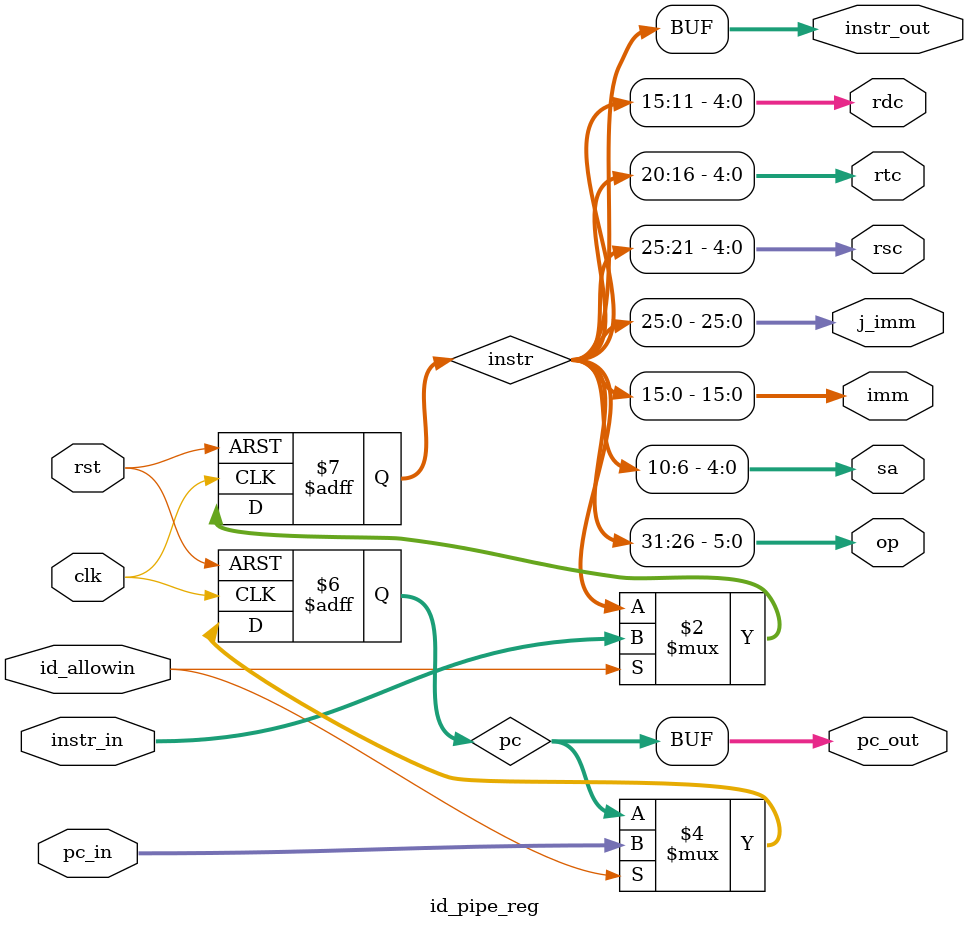
<source format=v>
`timescale 1ns / 1ps


module id_pipe_reg
(
    input wire clk,
    input wire rst,
    input wire [31:0] pc_in,
    input wire [31:0] instr_in,
    input wire id_allowin,

    output wire [31:0] pc_out,
    output wire [31:0] instr_out,
    output wire [ 5:0] op,
    output wire [ 4:0] sa,
    output wire [15:0] imm,
    output wire [25:0] j_imm,
    output wire [ 4:0] rsc,
    output wire [ 4:0] rtc,
    output wire [ 4:0] rdc
);


reg [31:0] pc, instr;

// cache the pipeline signal and data
always @ (posedge clk or posedge rst) begin
    if(rst) begin
        pc      <= 32'h003f_fffc;
        instr   <= 32'h0000_0000;
    end
    else if(id_allowin) begin
        pc      <= pc_in;
        instr   <= instr_in;
    end
    else begin
    
    end
end

// dispatcher all the op data segment
assign pc_out    = pc;
assign instr_out = instr;
assign op        = instr[31:26];
assign imm       = instr[15: 0];
assign j_imm     = instr[25: 0];
assign sa        = instr[10: 6];
assign rsc       = instr[25:21];
assign rtc       = instr[20:16];
assign rdc       = instr[15:11];


endmodule

</source>
